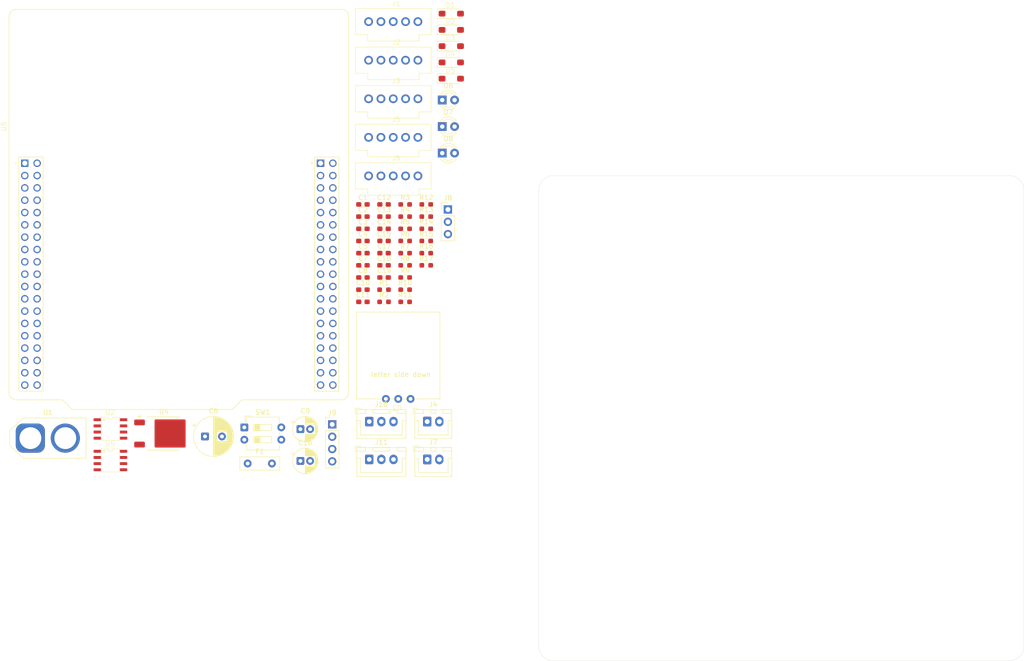
<source format=kicad_pcb>
(kicad_pcb (version 20241229) (generator "pcbnew") (generator_version "9.0")
  (layers (0 "F.Cu" signal) (2 "B.Cu" signal) (13 "F.Paste" user) (15 "B.Paste" user) (5 "F.SilkS" user "F.Silkscreen") (7 "B.SilkS" user "B.Silkscreen") (1 "F.Mask" user) (3 "B.Mask" user) (25 "Edge.Cuts" user))
  (net 0 "")
  (net 1 "GND")
  (net 2 "+3V3")
  (net 3 "+5V")
  (net 4 "Net-(D1-K)")
  (net 5 "PWM_servo")
  (net 6 "Net-(D1-A)")
  (net 7 "Net-(D6-A)")
  (net 8 "Net-(D7-A)")
  (net 9 "Net-(D8-A)")
  (net 10 "+12V")
  (net 11 "En1_A_Tim1_CH1")
  (net 12 "En1_B_Tim1_CH2")
  (net 14 "En3_B_Tim3_CH2")
  (net 16 "En3_A_Tim3_CH1")
  (net 17 "En5_A_Tim8_CH1")
  (net 19 "En5_B_Tim8_CH2")
  (net 20 "Net-(J4-Pin_2)")
  (net 21 "Net-(J4-Pin_1)")
  (net 22 "En2_B_Tim2_CH2")
  (net 23 "En2_A_Tim2_CH1")
  (net 26 "En4_A_Tim4_CH1")
  (net 27 "En4_B_Tim4_CH2")
  (net 28 "Net-(J7-Pin_2)")
  (net 29 "Net-(J7-Pin_1)")
  (net 30 "SDA")
  (net 31 "SCL")
  (net 32 "PWM_1")
  (net 33 "DIR_1")
  (net 34 "PWM_2")
  (net 35 "DIR_2")
  (net 36 "board_num1")
  (net 37 "board_num2")
  (net 38 "FDCAN_1TX")
  (net 39 "FDCAN_1RX")
  (net 40 "FDCAN_2TX")
  (net 41 "FDCAN_2RX")
  (footprint "Capacitor_SMD:C_0603_1608Metric_Pad1.08x0.95mm_HandSolder" (layer "F.Cu") (at 55.6 50.96)
    (property "Reference" "C14" (at 0 -1.43 0) (layer "F.SilkS"))
    (property "Value" "0.1u")
    (pad "1" smd roundrect (at -0.8625 0) (size 1.075 0.95) (layers "F.Cu" "F.Mask" "F.Paste") (net 3 "+5V"))
    (pad "2" smd roundrect (at 0.8625 0) (size 1.075 0.95) (layers "F.Cu" "F.Mask" "F.Paste") (net 1 "GND"))
  )
  (footprint "Capacitor_SMD:C_0603_1608Metric_Pad1.08x0.95mm_HandSolder" (layer "F.Cu") (at 51.25 50.96)
    (property "Reference" "C3" (at 0 -1.43 0) (layer "F.SilkS"))
    (property "Value" "0.1u")
    (pad "1" smd roundrect (at -0.8625 0) (size 1.075 0.95) (layers "F.Cu" "F.Mask" "F.Paste") (net 3 "+5V"))
    (pad "2" smd roundrect (at 0.8625 0) (size 1.075 0.95) (layers "F.Cu" "F.Mask" "F.Paste") (net 1 "GND"))
  )
  (footprint "Capacitor_SMD:C_0603_1608Metric_Pad1.08x0.95mm_HandSolder" (layer "F.Cu") (at 51.25 61)
    (property "Reference" "C8" (at 0 -1.43 0) (layer "F.SilkS"))
    (property "Value" "0.1u")
    (pad "1" smd roundrect (at -0.8625 0) (size 1.075 0.95) (layers "F.Cu" "F.Mask" "F.Paste") (net 3 "+5V"))
    (pad "2" smd roundrect (at 0.8625 0) (size 1.075 0.95) (layers "F.Cu" "F.Mask" "F.Paste") (net 1 "GND"))
  )
  (footprint "Button_Switch_THT:SW_DIP_SPSTx02_Slide_6.7x6.64mm_W7.62mm_P2.54mm_LowProfile" (layer "F.Cu") (at 26.8 91.895)
    (property "Reference" "SW1" (at 3.81 -3.11 0) (layer "F.SilkS"))
    (property "Value" "SW_DIP_x02_CANnum")
    (pad "1" thru_hole roundrect (at 0 0) (size 1.6 1.6) (drill 0.8) (layers "*.Cu" "*.Mask") (roundrect_rratio 0.15625) (net 36 "board_num1"))
    (pad "2" thru_hole circle (at 0 2.54) (size 1.6 1.6) (drill 0.8) (layers "*.Cu" "*.Mask") (net 37 "board_num2"))
    (pad "3" thru_hole circle (at 7.62 2.54) (size 1.6 1.6) (drill 0.8) (layers "*.Cu" "*.Mask") (net 1 "GND"))
    (pad "4" thru_hole circle (at 7.62 0) (size 1.6 1.6) (drill 0.8) (layers "*.Cu" "*.Mask") (net 1 "GND"))
  )
  (footprint "MyLib:NUCLEO-F446RE" (layer "F.Cu") (at 13.5 57.96)
    (property "Reference" "U6" (at -36.3 -28.1 90) (layer "F.SilkS") (effects (font (thickness 0.1))))
    (property "Value" "NUCLEO-F446RE")
    (pad "CN7_1" thru_hole rect (at -31.95 -20.51) (size 1.53 1.53) (drill 1.02) (layers "*.Cu" "*.Mask"))
    (pad "CN7_2" thru_hole circle (at -29.41 -20.51) (size 1.53 1.53) (drill 1.02) (layers "*.Cu" "*.Mask"))
    (pad "CN7_3" thru_hole circle (at -31.95 -17.97) (size 1.53 1.53) (drill 1.02) (layers "*.Cu" "*.Mask"))
    (pad "CN7_4" thru_hole circle (at -29.41 -17.97) (size 1.53 1.53) (drill 1.02) (layers "*.Cu" "*.Mask"))
    (pad "CN7_5" thru_hole circle (at -31.95 -15.43) (size 1.53 1.53) (drill 1.02) (layers "*.Cu" "*.Mask"))
    (pad "CN7_6" thru_hole circle (at -29.41 -15.43) (size 1.53 1.53) (drill 1.02) (layers "*.Cu" "*.Mask") (net 3 "+5V"))
    (pad "CN7_7" thru_hole circle (at -31.95 -12.89) (size 1.53 1.53) (drill 1.02) (layers "*.Cu" "*.Mask"))
    (pad "CN7_8" thru_hole circle (at -29.41 -12.89) (size 1.53 1.53) (drill 1.02) (layers "*.Cu" "*.Mask") (net 1 "GND"))
    (pad "CN7_9" thru_hole circle (at -31.95 -10.35) (size 1.53 1.53) (drill 1.02) (layers "*.Cu" "*.Mask"))
    (pad "CN7_10" thru_hole circle (at -29.41 -10.35) (size 1.53 1.53) (drill 1.02) (layers "*.Cu" "*.Mask"))
    (pad "CN7_11" thru_hole circle (at -31.95 -7.81) (size 1.53 1.53) (drill 1.02) (layers "*.Cu" "*.Mask"))
    (pad "CN7_12" thru_hole circle (at -29.41 -7.81) (size 1.53 1.53) (drill 1.02) (layers "*.Cu" "*.Mask"))
    (pad "CN7_13" thru_hole circle (at -31.95 -5.27) (size 1.53 1.53) (drill 1.02) (layers "*.Cu" "*.Mask"))
    (pad "CN7_14" thru_hole circle (at -29.41 -5.27) (size 1.53 1.53) (drill 1.02) (layers "*.Cu" "*.Mask"))
    (pad "CN7_15" thru_hole circle (at -31.95 -2.73) (size 1.53 1.53) (drill 1.02) (layers "*.Cu" "*.Mask"))
    (pad "CN7_16" thru_hole circle (at -29.41 -2.73) (size 1.53 1.53) (drill 1.02) (layers "*.Cu" "*.Mask") (net 2 "+3V3"))
    (pad "CN7_17" thru_hole circle (at -31.95 -0.19) (size 1.53 1.53) (drill 1.02) (layers "*.Cu" "*.Mask") (net 23 "En2_A_Tim2_CH1"))
    (pad "CN7_18" thru_hole circle (at -29.41 -0.19) (size 1.53 1.53) (drill 1.02) (layers "*.Cu" "*.Mask") (net 3 "+5V"))
    (pad "CN7_19" thru_hole circle (at -31.95 2.35) (size 1.53 1.53) (drill 1.02) (layers "*.Cu" "*.Mask") (net 1 "GND"))
    (pad "CN7_20" thru_hole circle (at -29.41 2.35) (size 1.53 1.53) (drill 1.02) (layers "*.Cu" "*.Mask") (net 1 "GND"))
    (pad "CN7_21" thru_hole circle (at -31.95 4.89) (size 1.53 1.53) (drill 1.02) (layers "*.Cu" "*.Mask") (net 27 "En4_B_Tim4_CH2"))
    (pad "CN7_22" thru_hole circle (at -29.41 4.89) (size 1.53 1.53) (drill 1.02) (layers "*.Cu" "*.Mask") (net 1 "GND"))
    (pad "CN7_23" thru_hole circle (at -31.95 7.43) (size 1.53 1.53) (drill 1.02) (layers "*.Cu" "*.Mask"))
    (pad "CN7_24" thru_hole circle (at -29.41 7.43) (size 1.53 1.53) (drill 1.02) (layers "*.Cu" "*.Mask"))
    (pad "CN7_25" thru_hole circle (at -31.95 9.97) (size 1.53 1.53) (drill 1.02) (layers "*.Cu" "*.Mask"))
    (pad "CN7_26" thru_hole circle (at -29.41 9.97) (size 1.53 1.53) (drill 1.02) (layers "*.Cu" "*.Mask"))
    (pad "CN7_27" thru_hole circle (at -31.95 12.51) (size 1.53 1.53) (drill 1.02) (layers "*.Cu" "*.Mask"))
    (pad "CN7_28" thru_hole circle (at -29.41 12.51) (size 1.53 1.53) (drill 1.02) (layers "*.Cu" "*.Mask"))
    (pad "CN7_29" thru_hole circle (at -31.95 15.05) (size 1.53 1.53) (drill 1.02) (layers "*.Cu" "*.Mask"))
    (pad "CN7_30" thru_hole circle (at -29.41 15.05) (size 1.53 1.53) (drill 1.02) (layers "*.Cu" "*.Mask") (net 22 "En2_B_Tim2_CH2"))
    (pad "CN7_31" thru_hole circle (at -31.95 17.59) (size 1.53 1.53) (drill 1.02) (layers "*.Cu" "*.Mask"))
    (pad "CN7_32" thru_hole circle (at -29.41 17.59) (size 1.53 1.53) (drill 1.02) (layers "*.Cu" "*.Mask") (net 33 "DIR_1"))
    (pad "CN7_33" thru_hole circle (at -31.95 20.13) (size 1.53 1.53) (drill 1.02) (layers "*.Cu" "*.Mask"))
    (pad "CN7_34" thru_hole circle (at -29.41 20.13) (size 1.53 1.53) (drill 1.02) (layers "*.Cu" "*.Mask") (net 32 "PWM_1"))
    (pad "CN7_35" thru_hole circle (at -31.95 22.67) (size 1.53 1.53) (drill 1.02) (layers "*.Cu" "*.Mask"))
    (pad "CN7_36" thru_hole circle (at -29.41 22.67) (size 1.53 1.53) (drill 1.02) (layers "*.Cu" "*.Mask") (net 37 "board_num2"))
    (pad "CN7_37" thru_hole circle (at -31.95 25.21) (size 1.53 1.53) (drill 1.02) (layers "*.Cu" "*.Mask"))
    (pad "CN7_38" thru_hole circle (at -29.41 25.21) (size 1.53 1.53) (drill 1.02) (layers "*.Cu" "*.Mask") (net 36 "board_num1"))
    (pad "CN10_1" thru_hole rect (at 29.01 -20.51) (size 1.53 1.53) (drill 1.02) (layers "*.Cu" "*.Mask"))
    (pad "CN10_2" thru_hole circle (at 31.55 -20.51) (size 1.53 1.53) (drill 1.02) (layers "*.Cu" "*.Mask"))
    (pad "CN10_3" thru_hole circle (at 29.01 -17.97) (size 1.53 1.53) (drill 1.02) (layers "*.Cu" "*.Mask") (net 31 "SCL"))
    (pad "CN10_4" thru_hole circle (at 31.55 -17.97) (size 1.53 1.53) (drill 1.02) (layers "*.Cu" "*.Mask") (net 17 "En5_A_Tim8_CH1"))
    (pad "CN10_5" thru_hole circle (at 29.01 -15.43) (size 1.53 1.53) (drill 1.02) (layers "*.Cu" "*.Mask") (net 30 "SDA"))
    (pad "CN10_6" thru_hole circle (at 31.55 -15.43) (size 1.53 1.53) (drill 1.02) (layers "*.Cu" "*.Mask"))
    (pad "CN10_7" thru_hole circle (at 29.01 -12.89) (size 1.53 1.53) (drill 1.02) (layers "*.Cu" "*.Mask"))
    (pad "CN10_8" thru_hole circle (at 31.55 -12.89) (size 1.53 1.53) (drill 1.02) (layers "*.Cu" "*.Mask"))
    (pad "CN10_9" thru_hole circle (at 29.01 -10.35) (size 1.53 1.53) (drill 1.02) (layers "*.Cu" "*.Mask") (net 1 "GND"))
    (pad "CN10_10" thru_hole circle (at 31.55 -10.35) (size 1.53 1.53) (drill 1.02) (layers "*.Cu" "*.Mask"))
    (pad "CN10_11" thru_hole circle (at 29.01 -7.81) (size 1.53 1.53) (drill 1.02) (layers "*.Cu" "*.Mask"))
    (pad "CN10_12" thru_hole circle (at 31.55 -7.81) (size 1.53 1.53) (drill 1.02) (layers "*.Cu" "*.Mask") (net 38 "FDCAN_1TX"))
    (pad "CN10_13" thru_hole circle (at 29.01 -5.27) (size 1.53 1.53) (drill 1.02) (layers "*.Cu" "*.Mask") (net 16 "En3_A_Tim3_CH1"))
    (pad "CN10_14" thru_hole circle (at 31.55 -5.27) (size 1.53 1.53) (drill 1.02) (layers "*.Cu" "*.Mask") (net 39 "FDCAN_1RX"))
    (pad "CN10_15" thru_hole circle (at 29.01 -2.73) (size 1.53 1.53) (drill 1.02) (layers "*.Cu" "*.Mask") (net 14 "En3_B_Tim3_CH2"))
    (pad "CN10_16" thru_hole circle (at 31.55 -2.73) (size 1.53 1.53) (drill 1.02) (layers "*.Cu" "*.Mask") (net 41 "FDCAN_2RX"))
    (pad "CN10_17" thru_hole circle (at 29.01 -0.19) (size 1.53 1.53) (drill 1.02) (layers "*.Cu" "*.Mask") (net 26 "En4_A_Tim4_CH1"))
    (pad "CN10_18" thru_hole circle (at 31.55 -0.19) (size 1.53 1.53) (drill 1.02) (layers "*.Cu" "*.Mask"))
    (pad "CN10_19" thru_hole circle (at 29.01 2.35) (size 1.53 1.53) (drill 1.02) (layers "*.Cu" "*.Mask") (net 19 "En5_B_Tim8_CH2"))
    (pad "CN10_20" thru_hole circle (at 31.55 2.35) (size 1.53 1.53) (drill 1.02) (layers "*.Cu" "*.Mask") (net 1 "GND"))
    (pad "CN10_21" thru_hole circle (at 29.01 4.89) (size 1.53 1.53) (drill 1.02) (layers "*.Cu" "*.Mask") (net 12 "En1_B_Tim1_CH2"))
    (pad "CN10_22" thru_hole circle (at 31.55 4.89) (size 1.53 1.53) (drill 1.02) (layers "*.Cu" "*.Mask") (net 35 "DIR_2"))
    (pad "CN10_23" thru_hole circle (at 29.01 7.43) (size 1.53 1.53) (drill 1.02) (layers "*.Cu" "*.Mask") (net 11 "En1_A_Tim1_CH1"))
    (pad "CN10_24" thru_hole circle (at 31.55 7.43) (size 1.53 1.53) (drill 1.02) (layers "*.Cu" "*.Mask") (net 34 "PWM_2"))
    (pad "CN10_25" thru_hole circle (at 29.01 9.97) (size 1.53 1.53) (drill 1.02) (layers "*.Cu" "*.Mask"))
    (pad "CN10_26" thru_hole circle (at 31.55 9.97) (size 1.53 1.53) (drill 1.02) (layers "*.Cu" "*.Mask"))
    (pad "CN10_27" thru_hole circle (at 29.01 12.51) (size 1.53 1.53) (drill 1.02) (layers "*.Cu" "*.Mask"))
    (pad "CN10_28" thru_hole circle (at 31.55 12.51) (size 1.53 1.53) (drill 1.02) (layers "*.Cu" "*.Mask"))
    (pad "CN10_29" thru_hole circle (at 29.01 15.05) (size 1.53 1.53) (drill 1.02) (layers "*.Cu" "*.Mask"))
    (pad "CN10_30" thru_hole circle (at 31.55 15.05) (size 1.53 1.53) (drill 1.02) (layers "*.Cu" "*.Mask") (net 40 "FDCAN_2TX"))
    (pad "CN10_31" thru_hole circle (at 29.01 17.59) (size 1.53 1.53) (drill 1.02) (layers "*.Cu" "*.Mask"))
    (pad "CN10_32" thru_hole circle (at 31.55 17.59) (size 1.53 1.53) (drill 1.02) (layers "*.Cu" "*.Mask") (net 1 "GND"))
    (pad "CN10_33" thru_hole circle (at 29.01 20.13) (size 1.53 1.53) (drill 1.02) (layers "*.Cu" "*.Mask"))
    (pad "CN10_34" thru_hole circle (at 31.55 20.13) (size 1.53 1.53) (drill 1.02) (layers "*.Cu" "*.Mask"))
    (pad "CN10_35" thru_hole circle (at 29.01 22.67) (size 1.53 1.53) (drill 1.02) (layers "*.Cu" "*.Mask"))
    (pad "CN10_36" thru_hole circle (at 31.55 22.67) (size 1.53 1.53) (drill 1.02) (layers "*.Cu" "*.Mask"))
    (pad "CN10_37" thru_hole circle (at 29.01 25.21) (size 1.53 1.53) (drill 1.02) (layers "*.Cu" "*.Mask"))
    (pad "CN10_38" thru_hole circle (at 31.55 25.21) (size 1.53 1.53) (drill 1.02) (layers "*.Cu" "*.Mask"))
  )
  (footprint "Capacitor_SMD:C_0603_1608Metric_Pad1.08x0.95mm_HandSolder" (layer "F.Cu") (at 55.6 48.45)
    (property "Reference" "C13" (at 0 -1.43 0) (layer "F.SilkS"))
    (property "Value" "0.1u")
    (pad "1" smd roundrect (at -0.8625 0) (size 1.075 0.95) (layers "F.Cu" "F.Mask" "F.Paste") (net 3 "+5V"))
    (pad "2" smd roundrect (at 0.8625 0) (size 1.075 0.95) (layers "F.Cu" "F.Mask" "F.Paste") (net 1 "GND"))
  )
  (footprint "Capacitor_THT:CP_Radial_D5.0mm_P2.00mm" (layer "F.Cu") (at 38.359775 98.81)
    (property "Reference" "C16" (at 1 -3.75 0) (layer "F.SilkS"))
    (property "Value" "16V 100u")
    (pad "1" thru_hole roundrect (at 0 0) (size 1.6 1.6) (drill 0.8) (layers "*.Cu" "*.Mask") (roundrect_rratio 0.15625) (net 2 "+3V3"))
    (pad "2" thru_hole circle (at 2 0) (size 1.6 1.6) (drill 0.8) (layers "*.Cu" "*.Mask") (net 1 "GND"))
  )
  (footprint "Resistor_SMD:R_0603_1608Metric_Pad0.98x0.95mm_HandSolder" (layer "F.Cu") (at 59.95 55.98)
    (property "Reference" "R7" (at 0 -1.43 0) (layer "F.SilkS"))
    (property "Value" "120")
    (pad "1" smd roundrect (at -0.9125 0) (size 0.975 0.95) (layers "F.Cu" "F.Mask" "F.Paste") (net 21 "Net-(J4-Pin_1)"))
    (pad "2" smd roundrect (at 0.9125 0) (size 0.975 0.95) (layers "F.Cu" "F.Mask" "F.Paste") (net 20 "Net-(J4-Pin_2)"))
  )
  (footprint "Capacitor_THT:C_Disc_D8.0mm_W2.5mm_P5.00mm" (layer "F.Cu") (at 27.49 99.34)
    (property "Reference" "F1" (at 2.5 -2.5 0) (layer "F.SilkS"))
    (property "Value" "Polyfuse")
    (pad "1" thru_hole circle (at 0 0) (size 1.6 1.6) (drill 0.8) (layers "*.Cu" "*.Mask") (net 10 "+12V"))
    (pad "2" thru_hole circle (at 5 0) (size 1.6 1.6) (drill 0.8) (layers "*.Cu" "*.Mask") (net 6 "Net-(D1-A)"))
  )
  (footprint "Connector_PinHeader_2.54mm:PinHeader_1x03_P2.54mm_Vertical" (layer "F.Cu") (at 68.77 46.98)
    (property "Reference" "J8" (at 0 -2.38 0) (layer "F.SilkS"))
    (property "Value" "Conn_01x03_Pin")
    (pad "1" thru_hole rect (at 0 0) (size 1.7 1.7) (drill 1) (layers "*.Cu" "*.Mask") (net 5 "PWM_servo"))
    (pad "2" thru_hole circle (at 0 2.54) (size 1.7 1.7) (drill 1) (layers "*.Cu" "*.Mask") (net 1 "GND"))
    (pad "3" thru_hole circle (at 0 5.08) (size 1.7 1.7) (drill 1) (layers "*.Cu" "*.Mask") (net 1 "GND"))
  )
  (footprint "MyLib:Pocket_Header_ver" (layer "F.Cu") (at 57.5 18.11)
    (property "Reference" "J2" (at 0.6 -5.6 0) (layer "F.SilkS") (effects (font (thickness 0.1))))
    (property "Value" "Conn_01x05_Socket_Encoder3")
    (pad "1" thru_hole circle (at -5.08 -1.9) (size 1.8 1.8) (drill 1.1) (layers "*.Cu" "*.Mask") (net 1 "GND"))
    (pad "2" thru_hole circle (at -2.54 -1.9) (size 1.8 1.8) (drill 1.1) (layers "*.Cu" "*.Mask"))
    (pad "3" thru_hole circle (at 0 -1.9) (size 1.8 1.8) (drill 1.1) (layers "*.Cu" "*.Mask") (net 16 "En3_A_Tim3_CH1"))
    (pad "4" thru_hole circle (at 2.54 -1.9) (size 1.8 1.8) (drill 1.1) (layers "*.Cu" "*.Mask") (net 3 "+5V"))
    (pad "5" thru_hole circle (at 5.08 -1.9) (size 1.8 1.8) (drill 1.1) (layers "*.Cu" "*.Mask") (net 14 "En3_B_Tim3_CH2"))
  )
  (footprint "LED_THT:LED_D3.0mm" (layer "F.Cu") (at 67.6 29.89)
    (property "Reference" "D7" (at 1.27 -2.96 0) (layer "F.SilkS"))
    (property "Value" "LED")
    (pad "1" thru_hole rect (at 0 0) (size 1.8 1.8) (drill 0.9) (layers "*.Cu" "*.Mask") (net 1 "GND"))
    (pad "2" thru_hole circle (at 2.54 0) (size 1.8 1.8) (drill 0.9) (layers "*.Cu" "*.Mask") (net 8 "Net-(D7-A)"))
  )
  (footprint "Capacitor_SMD:C_0603_1608Metric_Pad1.08x0.95mm_HandSolder" (layer "F.Cu") (at 55.6 45.94)
    (property "Reference" "C12" (at 0 -1.43 0) (layer "F.SilkS"))
    (property "Value" "0.1u")
    (pad "1" smd roundrect (at -0.8625 0) (size 1.075 0.95) (layers "F.Cu" "F.Mask" "F.Paste") (net 3 "+5V"))
    (pad "2" smd roundrect (at 0.8625 0) (size 1.075 0.95) (layers "F.Cu" "F.Mask" "F.Paste") (net 1 "GND"))
  )
  (footprint "MyLib:Pocket_Header_ver" (layer "F.Cu") (at 57.5 26.06)
    (property "Reference" "J3" (at 0.6 -5.6 0) (layer "F.SilkS") (effects (font (thickness 0.1))))
    (property "Value" "Conn_01x05_Socket_Encoder5")
    (pad "1" thru_hole circle (at -5.08 -1.9) (size 1.8 1.8) (drill 1.1) (layers "*.Cu" "*.Mask") (net 1 "GND"))
    (pad "2" thru_hole circle (at -2.54 -1.9) (size 1.8 1.8) (drill 1.1) (layers "*.Cu" "*.Mask"))
    (pad "3" thru_hole circle (at 0 -1.9) (size 1.8 1.8) (drill 1.1) (layers "*.Cu" "*.Mask") (net 17 "En5_A_Tim8_CH1"))
    (pad "4" thru_hole circle (at 2.54 -1.9) (size 1.8 1.8) (drill 1.1) (layers "*.Cu" "*.Mask") (net 3 "+5V"))
    (pad "5" thru_hole circle (at 5.08 -1.9) (size 1.8 1.8) (drill 1.1) (layers "*.Cu" "*.Mask") (net 19 "En5_B_Tim8_CH2"))
  )
  (footprint "Resistor_SMD:R_0603_1608Metric_Pad0.98x0.95mm_HandSolder" (layer "F.Cu") (at 55.6 66.02)
    (property "Reference" "R2" (at 0 -1.43 0) (layer "F.SilkS"))
    (property "Value" "4.7k")
    (pad "1" smd roundrect (at -0.9125 0) (size 0.975 0.95) (layers "F.Cu" "F.Mask" "F.Paste") (net 3 "+5V"))
    (pad "2" smd roundrect (at 0.9125 0) (size 0.975 0.95) (layers "F.Cu" "F.Mask" "F.Paste") (net 16 "En3_A_Tim3_CH1"))
  )
  (footprint "Connector_PinHeader_2.54mm:PinHeader_1x04_P2.54mm_Vertical" (layer "F.Cu") (at 44.92 91.28)
    (property "Reference" "J9" (at 0 -2.38 0) (layer "F.SilkS"))
    (property "Value" "Conn_01x04_Pin")
    (pad "1" thru_hole rect (at 0 0) (size 1.7 1.7) (drill 1) (layers "*.Cu" "*.Mask") (net 30 "SDA"))
    (pad "2" thru_hole circle (at 0 2.54) (size 1.7 1.7) (drill 1) (layers "*.Cu" "*.Mask") (net 31 "SCL"))
    (pad "3" thru_hole circle (at 0 5.08) (size 1.7 1.7) (drill 1) (layers "*.Cu" "*.Mask") (net 3 "+5V"))
    (pad "4" thru_hole circle (at 0 7.62) (size 1.7 1.7) (drill 1) (layers "*.Cu" "*.Mask") (net 1 "GND"))
  )
  (footprint "Resistor_SMD:R_0603_1608Metric_Pad0.98x0.95mm_HandSolder" (layer "F.Cu") (at 59.95 58.49)
    (property "Reference" "R8" (at 0 -1.43 0) (layer "F.SilkS"))
    (property "Value" "4.7k")
    (pad "1" smd roundrect (at -0.9125 0) (size 0.975 0.95) (layers "F.Cu" "F.Mask" "F.Paste") (net 3 "+5V"))
    (pad "2" smd roundrect (at 0.9125 0) (size 0.975 0.95) (layers "F.Cu" "F.Mask" "F.Paste") (net 23 "En2_A_Tim2_CH1"))
  )
  (footprint "MyLib:D_SOD-123_HandSolder" (layer "F.Cu") (at 69.27 16.332)
    (property "Reference" "D4" (at 0 -1.4 0) (layer "F.SilkS") (effects (font (thickness 0.1))))
    (property "Value" "1N4148")
    (pad "1" smd roundrect (at -1.71 0.328) (size 1.4 1.2) (layers "F.Cu" "F.Mask" "F.Paste") (net 3 "+5V"))
    (pad "2" smd roundrect (at 2.09 0.328) (size 1.4 1.2) (layers "F.Cu" "F.Mask" "F.Paste") (net 2 "+3V3"))
  )
  (footprint "Capacitor_SMD:C_0603_1608Metric_Pad1.08x0.95mm_HandSolder" (layer "F.Cu") (at 51.25 45.94)
    (property "Reference" "C1" (at 0 -1.43 0) (layer "F.SilkS"))
    (property "Value" "0.1u")
    (pad "1" smd roundrect (at -0.8625 0) (size 1.075 0.95) (layers "F.Cu" "F.Mask" "F.Paste") (net 2 "+3V3"))
    (pad "2" smd roundrect (at 0.8625 0) (size 1.075 0.95) (layers "F.Cu" "F.Mask" "F.Paste") (net 1 "GND"))
  )
  (footprint "Resistor_SMD:R_0603_1608Metric_Pad0.98x0.95mm_HandSolder" (layer "F.Cu") (at 64.3 55.98)
    (property "Reference" "R16" (at 0 -1.43 0) (layer "F.SilkS"))
    (property "Value" "1k")
    (pad "1" smd roundrect (at -0.9125 0) (size 0.975 0.95) (layers "F.Cu" "F.Mask" "F.Paste") (net 3 "+5V"))
    (pad "2" smd roundrect (at 0.9125 0) (size 0.975 0.95) (layers "F.Cu" "F.Mask" "F.Paste") (net 8 "Net-(D7-A)"))
  )
  (footprint "Connector_JST:JST_XH_B2B-XH-A_1x02_P2.50mm_Vertical" (layer "F.Cu") (at 64.5 98.5)
    (property "Reference" "J7" (at 1.25 -3.55 0) (layer "F.SilkS"))
    (property "Value" "FDCAN_2")
    (pad "1" thru_hole roundrect (at 0 0) (size 1.7 2) (drill 1) (layers "*.Cu" "*.Mask") (roundrect_rratio 0.147059) (net 29 "Net-(J7-Pin_1)"))
    (pad "2" thru_hole oval (at 2.5 0) (size 1.7 2) (drill 1) (layers "*.Cu" "*.Mask") (net 28 "Net-(J7-Pin_2)"))
  )
  (footprint "Capacitor_SMD:C_0603_1608Metric_Pad1.08x0.95mm_HandSolder" (layer "F.Cu") (at 51.25 55.98)
    (property "Reference" "C5" (at 0 -1.43 0) (layer "F.SilkS"))
    (property "Value" "0.1u")
    (pad "1" smd roundrect (at -0.8625 0) (size 1.075 0.95) (layers "F.Cu" "F.Mask" "F.Paste") (net 3 "+5V"))
    (pad "2" smd roundrect (at 0.8625 0) (size 1.075 0.95) (layers "F.Cu" "F.Mask" "F.Paste") (net 1 "GND"))
  )
  (footprint "MyLib:ATA6561" (layer "F.Cu") (at -0.8 98.73)
    (property "Reference" "U5" (at -0.08 -3.4 0) (layer "F.SilkS") (effects (font (thickness 0.1))))
    (property "Value" "ATA6561")
    (pad "1" smd roundrect (at -2.7 -1.905) (size 1.55 0.6) (layers "F.Cu" "F.Mask" "F.Paste") (net 40 "FDCAN_2TX"))
    (pad "2" smd roundrect (at -2.7 -0.635) (size 1.55 0.6) (layers "F.Cu" "F.Mask" "F.Paste") (net 1 "GND"))
    (pad "3" smd roundrect (at -2.7 0.635) (size 1.55 0.6) (layers "F.Cu" "F.Mask" "F.Paste") (net 3 "+5V"))
    (pad "4" smd roundrect (at -2.7 1.905) (size 1.55 0.6) (layers "F.Cu" "F.Mask" "F.Paste") (net 41 "FDCAN_2RX"))
    (pad "5" smd roundrect (at 2.7 1.9) (size 1.55 0.6) (layers "F.Cu" "F.Mask" "F.Paste") (net 2 "+3V3"))
    (pad "6" smd roundrect (at 2.7 0.635) (size 1.55 0.6) (layers "F.Cu" "F.Mask" "F.Paste") (net 28 "Net-(J7-Pin_2)"))
    (pad "7" smd roundrect (at 2.7 -0.635) (size 1.55 0.6) (layers "F.Cu" "F.Mask" "F.Paste") (net 29 "Net-(J7-Pin_1)"))
    (pad "8" smd roundrect (at 2.7 -1.905) (size 1.55 0.6) (layers "F.Cu" "F.Mask" "F.Paste") (net 1 "GND"))
  )
  (footprint "MyLib:Pocket_Header_ver" (layer "F.Cu") (at 57.5 34.01)
    (property "Reference" "J5" (at 0.6 -5.6 0) (layer "F.SilkS") (effects (font (thickness 0.1))))
    (property "Value" "Conn_01x05_Socket_Encoder2")
    (pad "1" thru_hole circle (at -5.08 -1.9) (size 1.8 1.8) (drill 1.1) (layers "*.Cu" "*.Mask") (net 1 "GND"))
    (pad "2" thru_hole circle (at -2.54 -1.9) (size 1.8 1.8) (drill 1.1) (layers "*.Cu" "*.Mask"))
    (pad "3" thru_hole circle (at 0 -1.9) (size 1.8 1.8) (drill 1.1) (layers "*.Cu" "*.Mask") (net 23 "En2_A_Tim2_CH1"))
    (pad "4" thru_hole circle (at 2.54 -1.9) (size 1.8 1.8) (drill 1.1) (layers "*.Cu" "*.Mask") (net 3 "+5V"))
    (pad "5" thru_hole circle (at 5.08 -1.9) (size 1.8 1.8) (drill 1.1) (layers "*.Cu" "*.Mask") (net 22 "En2_B_Tim2_CH2"))
  )
  (footprint "Capacitor_SMD:C_0603_1608Metric_Pad1.08x0.95mm_HandSolder" (layer "F.Cu") (at 51.25 58.49)
    (property "Reference" "C7" (at 0 -1.43 0) (layer "F.SilkS"))
    (property "Value" "0.1u")
    (pad "1" smd roundrect (at -0.8625 0) (size 1.075 0.95) (layers "F.Cu" "F.Mask" "F.Paste") (net 4 "Net-(D1-K)"))
    (pad "2" smd roundrect (at 0.8625 0) (size 1.075 0.95) (layers "F.Cu" "F.Mask" "F.Paste") (net 1 "GND"))
  )
  (footprint "Resistor_SMD:R_0603_1608Metric_Pad0.98x0.95mm_HandSolder" (layer "F.Cu") (at 55.6 63.51)
    (property "Reference" "R1" (at 0 -1.43 0) (layer "F.SilkS"))
    (property "Value" "4.7k")
    (pad "1" smd roundrect (at -0.9125 0) (size 0.975 0.95) (layers "F.Cu" "F.Mask" "F.Paste") (net 3 "+5V"))
    (pad "2" smd roundrect (at 0.9125 0) (size 0.975 0.95) (layers "F.Cu" "F.Mask" "F.Paste") (net 11 "En1_A_Tim1_CH1"))
  )
  (footprint "Resistor_SMD:R_0603_1608Metric_Pad0.98x0.95mm_HandSolder" (layer "F.Cu") (at 59.95 63.51)
    (property "Reference" "R10" (at 0 -1.43 0) (layer "F.SilkS"))
    (property "Value" "4.7k")
    (pad "1" smd roundrect (at -0.9125 0) (size 0.975 0.95) (layers "F.Cu" "F.Mask" "F.Paste") (net 3 "+5V"))
    (pad "2" smd roundrect (at 0.9125 0) (size 0.975 0.95) (layers "F.Cu" "F.Mask" "F.Paste") (net 22 "En2_B_Tim2_CH2"))
  )
  (footprint "Resistor_SMD:R_0603_1608Metric_Pad0.98x0.95mm_HandSolder" (layer "F.Cu") (at 64.3 48.45)
    (property "Reference" "R13" (at 0 -1.43 0) (layer "F.SilkS"))
    (property "Value" "10k")
    (pad "1" smd roundrect (at -0.9125 0) (size 0.975 0.95) (layers "F.Cu" "F.Mask" "F.Paste") (net 2 "+3V3"))
    (pad "2" smd roundrect (at 0.9125 0) (size 0.975 0.95) (layers "F.Cu" "F.Mask" "F.Paste") (net 36 "board_num1"))
  )
  (footprint "LED_THT:LED_D3.0mm" (layer "F.Cu") (at 67.6 35.36)
    (property "Reference" "D8" (at 1.27 -2.96 0) (layer "F.SilkS"))
    (property "Value" "LED")
    (pad "1" thru_hole rect (at 0 0) (size 1.8 1.8) (drill 0.9) (layers "*.Cu" "*.Mask") (net 1 "GND"))
    (pad "2" thru_hole circle (at 2.54 0) (size 1.8 1.8) (drill 0.9) (layers "*.Cu" "*.Mask") (net 9 "Net-(D8-A)"))
  )
  (footprint "Capacitor_SMD:C_0603_1608Metric_Pad1.08x0.95mm_HandSolder" (layer "F.Cu") (at 51.25 48.45)
    (property "Reference" "C2" (at 0 -1.43 0) (layer "F.SilkS"))
    (property "Value" "0.1u")
    (pad "1" smd roundrect (at -0.8625 0) (size 1.075 0.95) (layers "F.Cu" "F.Mask" "F.Paste") (net 3 "+5V"))
    (pad "2" smd roundrect (at 0.8625 0) (size 1.075 0.95) (layers "F.Cu" "F.Mask" "F.Paste") (net 1 "GND"))
  )
  (footprint "Resistor_SMD:R_0603_1608Metric_Pad0.98x0.95mm_HandSolder" (layer "F.Cu") (at 59.95 61)
    (property "Reference" "R9" (at 0 -1.43 0) (layer "F.SilkS"))
    (property "Value" "4.7k")
    (pad "1" smd roundrect (at -0.9125 0) (size 0.975 0.95) (layers "F.Cu" "F.Mask" "F.Paste") (net 3 "+5V"))
    (pad "2" smd roundrect (at 0.9125 0) (size 0.975 0.95) (layers "F.Cu" "F.Mask" "F.Paste") (net 26 "En4_A_Tim4_CH1"))
  )
  (footprint "Capacitor_THT:CP_Radial_D5.0mm_P2.00mm" (layer "F.Cu") (at 38.359775 92.26)
    (property "Reference" "C9" (at 1 -3.75 0) (layer "F.SilkS"))
    (property "Value" "16V 100u")
    (pad "1" thru_hole roundrect (at 0 0) (size 1.6 1.6) (drill 0.8) (layers "*.Cu" "*.Mask") (roundrect_rratio 0.15625) (net 3 "+5V"))
    (pad "2" thru_hole circle (at 2 0) (size 1.6 1.6) (drill 0.8) (layers "*.Cu" "*.Mask") (net 1 "GND"))
  )
  (footprint "MyLib:D_SOD-123_HandSolder" (layer "F.Cu") (at 69.27 6.282)
    (property "Reference" "D1" (at 0 -1.4 0) (layer "F.SilkS") (effects (font (thickness 0.1))))
    (property "Value" "RB168MM100TR")
    (pad "1" smd roundrect (at -1.71 0.328) (size 1.4 1.2) (layers "F.Cu" "F.Mask" "F.Paste") (net 4 "Net-(D1-K)"))
    (pad "2" smd roundrect (at 2.09 0.328) (size 1.4 1.2) (layers "F.Cu" "F.Mask" "F.Paste") (net 6 "Net-(D1-A)"))
  )
  (footprint "Resistor_SMD:R_0603_1608Metric_Pad0.98x0.95mm_HandSolder" (layer "F.Cu") (at 59.95 66.02)
    (property "Reference" "R11" (at 0 -1.43 0) (layer "F.SilkS"))
    (property "Value" "4.7k")
    (pad "1" smd roundrect (at -0.9125 0) (size 0.975 0.95) (layers "F.Cu" "F.Mask" "F.Paste") (net 3 "+5V"))
    (pad "2" smd roundrect (at 0.9125 0) (size 0.975 0.95) (layers "F.Cu" "F.Mask" "F.Paste") (net 27 "En4_B_Tim4_CH2"))
  )
  (footprint "Resistor_SMD:R_0603_1608Metric_Pad0.98x0.95mm_HandSolder" (layer "F.Cu") (at 59.95 48.45)
    (property "Reference" "R4" (at 0 -1.43 0) (layer "F.SilkS"))
    (property "Value" "4.7k")
    (pad "1" smd roundrect (at -0.9125 0) (size 0.975 0.95) (layers "F.Cu" "F.Mask" "F.Paste") (net 3 "+5V"))
    (pad "2" smd roundrect (at 0.9125 0) (size 0.975 0.95) (layers "F.Cu" "F.Mask" "F.Paste") (net 12 "En1_B_Tim1_CH2"))
  )
  (footprint "Capacitor_SMD:C_0603_1608Metric_Pad1.08x0.95mm_HandSolder" (layer "F.Cu") (at 51.25 53.47)
    (property "Reference" "C4" (at 0 -1.43 0) (layer "F.SilkS"))
    (property "Value" "0.1u")
    (pad "1" smd roundrect (at -0.8625 0) (size 1.075 0.95) (layers "F.Cu" "F.Mask" "F.Paste") (net 3 "+5V"))
    (pad "2" smd roundrect (at 0.8625 0) (size 1.075 0.95) (layers "F.Cu" "F.Mask" "F.Paste") (net 1 "GND"))
  )
  (footprint "MyLib:D_SOD-123_HandSolder" (layer "F.Cu") (at 69.27 12.982)
    (property "Reference" "D3" (at 0 -1.4 0) (layer "F.SilkS") (effects (font (thickness 0.1))))
    (property "Value" "1N4148")
    (pad "1" smd roundrect (at -1.71 0.328) (size 1.4 1.2) (layers "F.Cu" "F.Mask" "F.Paste") (net 3 "+5V"))
    (pad "2" smd roundrect (at 2.09 0.328) (size 1.4 1.2) (layers "F.Cu" "F.Mask" "F.Paste") (net 1 "GND"))
  )
  (footprint "Capacitor_SMD:C_0603_1608Metric_Pad1.08x0.95mm_HandSolder" (layer "F.Cu") (at 51.25 63.51)
    (property "Reference" "C10" (at 0 -1.43 0) (layer "F.SilkS"))
    (property "Value" "0.1u")
    (pad "1" smd roundrect (at -0.8625 0) (size 1.075 0.95) (layers "F.Cu" "F.Mask" "F.Paste") (net 2 "+3V3"))
    (pad "2" smd roundrect (at 0.8625 0) (size 1.075 0.95) (layers "F.Cu" "F.Mask" "F.Paste") (net 1 "GND"))
  )
  (footprint "MyLib:Pocket_Header_ver" (layer "F.Cu") (at 57.5 41.96)
    (property "Reference" "J6" (at 0.6 -5.6 0) (layer "F.SilkS") (effects (font (thickness 0.1))))
    (property "Value" "Conn_01x05_Socket_Encoder4")
    (pad "1" thru_hole circle (at -5.08 -1.9) (size 1.8 1.8) (drill 1.1) (layers "*.Cu" "*.Mask") (net 1 "GND"))
    (pad "2" thru_hole circle (at -2.54 -1.9) (size 1.8 1.8) (drill 1.1) (layers "*.Cu" "*.Mask"))
    (pad "3" thru_hole circle (at 0 -1.9) (size 1.8 1.8) (drill 1.1) (layers "*.Cu" "*.Mask") (net 26 "En4_A_Tim4_CH1"))
    (pad "4" thru_hole circle (at 2.54 -1.9) (size 1.8 1.8) (drill 1.1) (layers "*.Cu" "*.Mask") (net 3 "+5V"))
    (pad "5" thru_hole circle (at 5.08 -1.9) (size 1.8 1.8) (drill 1.1) (layers "*.Cu" "*.Mask") (net 27 "En4_B_Tim4_CH2"))
  )
  (footprint "Connector_JST:JST_XH_B3B-XH-A_1x03_P2.50mm_Vertical" (layer "F.Cu") (at 52.55 98.5)
    (property "Reference" "J11" (at 2.5 -3.55 0) (layer "F.SilkS"))
    (property "Value" "Conn_01x03_Pin")
    (pad "1" thru_hole roundrect (at 0 0) (size 1.7 1.95) (drill 0.95) (layers "*.Cu" "*.Mask") (roundrect_rratio 0.147059) (net 35 "DIR_2"))
    (pad "2" thru_hole oval (at 2.5 0) (size 1.7 1.95) (drill 0.95) (layers "*.Cu" "*.Mask") (net 34 "PWM_2"))
    (pad "3" thru_hole oval (at 5 0) (size 1.7 1.95) (drill 0.95) (layers "*.Cu" "*.Mask") (net 1 "GND"))
  )
  (footprint "Resistor_SMD:R_0603_1608Metric_Pad0.98x0.95mm_HandSolder" (layer "F.Cu") (at 64.3 53.47)
    (property "Reference" "R15" (at 0 -1.43 0) (layer "F.SilkS"))
    (property "Value" "10k")
    (pad "1" smd roundrect (at -0.9125 0) (size 0.975 0.95) (layers "F.Cu" "F.Mask" "F.Paste") (net 10 "+12V"))
    (pad "2" smd roundrect (at 0.9125 0) (size 0.975 0.95) (layers "F.Cu" "F.Mask" "F.Paste") (net 7 "Net-(D6-A)"))
  )
  (footprint "Resistor_SMD:R_0603_1608Metric_Pad0.98x0.95mm_HandSolder" (layer "F.Cu") (at 64.3 50.96)
    (property "Reference" "R14" (at 0 -1.43 0) (layer "F.SilkS"))
    (property "Value" "10k")
    (pad "1" smd roundrect (at -0.9125 0) (size 0.975 0.95) (layers "F.Cu" "F.Mask" "F.Paste") (net 2 "+3V3"))
    (pad "2" smd roundrect (at 0.9125 0) (size 0.975 0.95) (layers "F.Cu" "F.Mask" "F.Paste") (net 37 "board_num2"))
  )
  (footprint "Capacitor_SMD:C_0603_1608Metric_Pad1.08x0.95mm_HandSolder" (layer "F.Cu") (at 55.6 61)
    (property "Reference" "C19" (at 0 -1.43 0) (layer "F.SilkS"))
    (property "Value" "0.1u")
    (pad "1" smd roundrect (at -0.8625 0) (size 1.075 0.95) (layers "F.Cu" "F.Mask" "F.Paste") (net 3 "+5V"))
    (pad "2" smd roundrect (at 0.8625 0) (size 1.075 0.95) (layers "F.Cu" "F.Mask" "F.Paste") (net 1 "GND"))
  )
  (footprint "Resistor_SMD:R_0603_1608Metric_Pad0.98x0.95mm_HandSolder" (layer "F.Cu") (at 59.95 45.94)
    (property "Reference" "R3" (at 0 -1.43 0) (layer "F.SilkS"))
    (property "Value" "4.7k")
    (pad "1" smd roundrect (at -0.9125 0) (size 0.975 0.95) (layers "F.Cu" "F.Mask" "F.Paste") (net 3 "+5V"))
    (pad "2" smd roundrect (at 0.9125 0) (size 0.975 0.95) (layers "F.Cu" "F.Mask" "F.Paste") (net 17 "En5_A_Tim8_CH1"))
  )
  (footprint "Package_TO_SOT_SMD:TO-252-2" (layer "F.Cu") (at 10.24 93.155)
    (property "Reference" "U4" (at 0 -4.5 0) (layer "F.SilkS"))
    (property "Value" "BA033CC0FP")
    (pad "1" smd roundrect (at -5.04 -2.28) (size 2.2 1.2) (layers "F.Cu" "F.Mask" "F.Paste") (roundrect_rratio 0.208333) (net 3 "+5V"))
    (pad "2" smd roundrect (at 1.26 0) (size 6.4 5.8) (layers "F.Cu" "F.Mask") (roundrect_rratio 0.043103) (net 1 "GND"))
    (pad "3" smd roundrect (at -5.04 2.28) (size 2.2 1.2) (layers "F.Cu" "F.Mask" "F.Paste") (roundrect_rratio 0.208333) (net 2 "+3V3"))
  )
  (footprint "MyLib:ATA6561" (layer "F.Cu") (at -0.8 92.22)
    (property "Reference" "U2" (at -0.08 -3.4 0) (layer "F.SilkS") (effects (font (thickness 0.1))))
    (property "Value" "ATA6561")
    (pad "1" smd roundrect (at -2.7 -1.905) (size 1.55 0.6) (layers "F.Cu" "F.Mask" "F.Paste") (net 38 "FDCAN_1TX"))
    (pad "2" smd roundrect (at -2.7 -0.635) (size 1.55 0.6) (layers "F.Cu" "F.Mask" "F.Paste") (net 1 "GND"))
    (pad "3" smd roundrect (at -2.7 0.635) (size 1.55 0.6) (layers "F.Cu" "F.Mask" "F.Paste") (net 3 "+5V"))
    (pad "4" smd roundrect (at -2.7 1.905) (size 1.55 0.6) (layers "F.Cu" "F.Mask" "F.Paste") (net 39 "FDCAN_1RX"))
    (pad "5" smd roundrect (at 2.7 1.9) (size 1.55 0.6) (layers "F.Cu" "F.Mask" "F.Paste") (net 2 "+3V3"))
    (pad "6" smd roundrect (at 2.7 0.635) (size 1.55 0.6) (layers "F.Cu" "F.Mask" "F.Paste") (net 20 "Net-(J4-Pin_2)"))
    (pad "7" smd roundrect (at 2.7 -0.635) (size 1.55 0.6) (layers "F.Cu" "F.Mask" "F.Paste") (net 21 "Net-(J4-Pin_1)"))
    (pad "8" smd roundrect (at 2.7 -1.905) (size 1.55 0.6) (layers "F.Cu" "F.Mask" "F.Paste") (net 1 "GND"))
  )
  (footprint "Connector_JST:JST_XH_B3B-XH-A_1x03_P2.50mm_Vertical" (layer "F.Cu") (at 52.55 90.7)
    (property "Reference" "J10" (at 2.5 -3.55 0) (layer "F.SilkS"))
    (property "Value" "Conn_01x03_Pin")
    (pad "1" thru_hole roundrect (at 0 0) (size 1.7 1.95) (drill 0.95) (layers "*.Cu" "*.Mask") (roundrect_rratio 0.147059) (net 33 "DIR_1"))
    (pad "2" thru_hole oval (at 2.5 0) (size 1.7 1.95) (drill 0.95) (layers "*.Cu" "*.Mask") (net 32 "PWM_1"))
    (pad "3" thru_hole oval (at 5 0) (size 1.7 1.95) (drill 0.95) (layers "*.Cu" "*.Mask") (net 1 "GND"))
  )
  (footprint "Capacitor_SMD:C_0603_1608Metric_Pad1.08x0.95mm_HandSolder" (layer "F.Cu") (at 55.6 55.98)
    (property "Reference" "C17" (at 0 -1.43 0) (layer "F.SilkS"))
    (property "Value" "0.1u")
    (pad "1" smd roundrect (at -0.8625 0) (size 1.075 0.95) (layers "F.Cu" "F.Mask" "F.Paste") (net 5 "PWM_servo"))
    (pad "2" smd roundrect (at 0.8625 0) (size 1.075 0.95) (layers "F.Cu" "F.Mask" "F.Paste") (net 1 "GND"))
  )
  (footprint "Resistor_SMD:R_0603_1608Metric_Pad0.98x0.95mm_HandSolder" (layer "F.Cu") (at 64.3 45.94)
    (property "Reference" "R12" (at 0 -1.43 0) (layer "F.SilkS"))
    (property "Value" "120")
    (pad "1" smd roundrect (at -0.9125 0) (size 0.975 0.95) (layers "F.Cu" "F.Mask" "F.Paste") (net 29 "Net-(J7-Pin_1)"))
    (pad "2" smd roundrect (at 0.9125 0) (size 0.975 0.95) (layers "F.Cu" "F.Mask" "F.Paste") (net 28 "Net-(J7-Pin_2)"))
  )
  (footprint "Resistor_SMD:R_0603_1608Metric_Pad0.98x0.95mm_HandSolder" (layer "F.Cu") (at 59.95 53.47)
    (property "Reference" "R6" (at 0 -1.43 0) (layer "F.SilkS"))
    (property "Value" "4.7k")
    (pad "1" smd roundrect (at -0.9125 0) (size 0.975 0.95) (layers "F.Cu" "F.Mask" "F.Paste") (net 3 "+5V"))
    (pad "2" smd roundrect (at 0.9125 0) (size 0.975 0.95) (layers "F.Cu" "F.Mask" "F.Paste") (net 19 "En5_B_Tim8_CH2"))
  )
  (footprint "MyLib:D_SOD-123_HandSolder" (layer "F.Cu") (at 69.27 19.682)
    (property "Reference" "D5" (at 0 -1.4 0) (layer "F.SilkS") (effects (font (thickness 0.1))))
    (property "Value" "1N4148")
    (pad "1" smd roundrect (at -1.71 0.328) (size 1.4 1.2) (layers "F.Cu" "F.Mask" "F.Paste") (net 2 "+3V3"))
    (pad "2" smd roundrect (at 2.09 0.328) (size 1.4 1.2) (layers "F.Cu" "F.Mask" "F.Paste") (net 1 "GND"))
  )
  (footprint "MyLib:D_SOD-123_HandSolder" (layer "F.Cu") (at 69.27 9.632)
    (property "Reference" "D2" (at 0 -1.4 0) (layer "F.SilkS") (effects (font (thickness 0.1))))
    (property "Value" "1N4148")
    (pad "1" smd roundrect (at -1.71 0.328) (size 1.4 1.2) (layers "F.Cu" "F.Mask" "F.Paste") (net 4 "Net-(D1-K)"))
    (pad "2" smd roundrect (at 2.09 0.328) (size 1.4 1.2) (layers "F.Cu" "F.Mask" "F.Paste") (net 3 "+5V"))
  )
  (footprint "Resistor_SMD:R_0603_1608Metric_Pad0.98x0.95mm_HandSolder" (layer "F.Cu") (at 59.95 50.96)
    (property "Reference" "R5" (at 0 -1.43 0) (layer "F.SilkS"))
    (property "Value" "4.7k")
    (pad "1" smd roundrect (at -0.9125 0) (size 0.975 0.95) (layers "F.Cu" "F.Mask" "F.Paste") (net 3 "+5V"))
    (pad "2" smd roundrect (at 0.9125 0) (size 0.975 0.95) (layers "F.Cu" "F.Mask" "F.Paste") (net 14 "En3_B_Tim3_CH2"))
  )
  (footprint "Connector_AMASS:AMASS_XT60-M_1x02_P7.20mm_Vertical" (layer "F.Cu") (at -17.3 94.11)
    (property "Reference" "U1" (at 3.6 -5.3 180) (layer "F.SilkS"))
    (property "Value" "XT60_M")
    (pad "1" thru_hole roundrect (at 0 0) (size 6 6) (drill 4.5) (layers "*.Cu" "*.Mask") (net 1 "GND"))
    (pad "2" thru_hole circle (at 7.2 0) (size 6 6) (drill 4.5) (layers "*.Cu" "*.Mask") (net 10 "+12V"))
  )
  (footprint "Resistor_SMD:R_0603_1608Metric_Pad0.98x0.95mm_HandSolder" (layer "F.Cu") (at 64.3 58.49)
    (property "Reference" "R17" (at 0 -1.43 0) (layer "F.SilkS"))
    (property "Value" "1k")
    (pad "1" smd roundrect (at -0.9125 0) (size 0.975 0.95) (layers "F.Cu" "F.Mask" "F.Paste") (net 2 "+3V3"))
    (pad "2" smd roundrect (at 0.9125 0) (size 0.975 0.95) (layers "F.Cu" "F.Mask" "F.Paste") (net 9 "Net-(D8-A)"))
  )
  (footprint "Connector_JST:JST_XH_B2B-XH-A_1x02_P2.50mm_Vertical" (layer "F.Cu") (at 64.5 90.7)
    (property "Reference" "J4" (at 1.25 -3.55 0) (layer "F.SilkS"))
    (property "Value" "FDCAN_1")
    (pad "1" thru_hole roundrect (at 0 0) (size 1.7 2) (drill 1) (layers "*.Cu" "*.Mask") (roundrect_rratio 0.147059) (net 21 "Net-(J4-Pin_1)"))
    (pad "2" thru_hole oval (at 2.5 0) (size 1.7 2) (drill 1) (layers "*.Cu" "*.Mask") (net 20 "Net-(J4-Pin_2)"))
  )
  (footprint "Capacitor_THT:CP_Radial_D8.0mm_P3.50mm" (layer "F.Cu") (at 18.694698 93.76)
    (property "Reference" "C6" (at 1.75 -5.25 0) (layer "F.SilkS"))
    (property "Value" "35V 220u")
    (pad "1" thru_hole roundrect (at 0 0) (size 1.6 1.6) (drill 0.8) (layers "*.Cu" "*.Mask") (roundrect_rratio 0.15625) (net 4 "Net-(D1-K)"))
    (pad "2" thru_hole circle (at 3.5 0) (size 1.6 1.6) (drill 0.8) (layers "*.Cu" "*.Mask") (net 1 "GND"))
  )
  (footprint "MyLib:Pocket_Header_ver" (layer "F.Cu") (at 57.5 10.16)
    (property "Reference" "J1" (at 0.6 -5.6 0) (layer "F.SilkS") (effects (font (thickness 0.1))))
    (property "Value" "Conn_01x05_Socket_Encoder1")
    (pad "1" thru_hole circle (at -5.08 -1.9) (size 1.8 1.8) (drill 1.1) (layers "*.Cu" "*.Mask") (net 1 "GND"))
    (pad "2" thru_hole circle (at -2.54 -1.9) (size 1.8 1.8) (drill 1.1) (layers "*.Cu" "*.Mask"))
    (pad "3" thru_hole circle (at 0 -1.9) (size 1.8 1.8) (drill 1.1) (layers "*.Cu" "*.Mask") (net 11 "En1_A_Tim1_CH1"))
    (pad "4" thru_hole circle (at 2.54 -1.9) (size 1.8 1.8) (drill 1.1) (layers "*.Cu" "*.Mask") (net 3 "+5V"))
    (pad "5" thru_hole circle (at 5.08 -1.9) (size 1.8 1.8) (drill 1.1) (layers "*.Cu" "*.Mask") (net 12 "En1_B_Tim1_CH2"))
  )
  (footprint "Capacitor_SMD:C_0603_1608Metric_Pad1.08x0.95mm_HandSolder" (layer "F.Cu") (at 55.6 53.47)
    (property "Reference" "C15" (at 0 -1.43 0) (layer "F.SilkS"))
    (property "Value" "0.1u")
    (pad "1" smd roundrect (at -0.8625 0) (size 1.075 0.95) (layers "F.Cu" "F.Mask" "F.Paste") (net 2 "+3V3"))
    (pad "2" smd roundrect (at 0.8625 0) (size 1.075 0.95) (layers "F.Cu" "F.Mask" "F.Paste") (net 1 "GND"))
  )
  (footprint "Capacitor_SMD:C_0603_1608Metric_Pad1.08x0.95mm_HandSolder" (layer "F.Cu") (at 51.25 66.02)
    (property "Reference" "C11" (at 0 -1.43 0) (layer "F.SilkS"))
    (property "Value" "0.1u")
    (pad "1" smd roundrect (at -0.8625 0) (size 1.075 0.95) (layers "F.Cu" "F.Mask" "F.Paste") (net 3 "+5V"))
    (pad "2" smd roundrect (at 0.8625 0) (size 1.075 0.95) (layers "F.Cu" "F.Mask" "F.Paste") (net 1 "GND"))
  )
  (footprint "Capacitor_SMD:C_0603_1608Metric_Pad1.08x0.95mm_HandSolder" (layer "F.Cu") (at 55.6 58.49)
    (property "Reference" "C18" (at 0 -1.43 0) (layer "F.SilkS"))
    (property "Value" "0.1u")
    (pad "1" smd roundrect (at -0.8625 0) (size 1.075 0.95) (layers "F.Cu" "F.Mask" "F.Paste") (net 2 "+3V3"))
    (pad "2" smd roundrect (at 0.8625 0) (size 1.075 0.95) (layers "F.Cu" "F.Mask" "F.Paste") (net 1 "GND"))
  )
  (footprint "MyLib:BP5293-xx_horizontal" (layer "F.Cu") (at 58.525 81.825)
    (property "Reference" "U3" (at -0.2 6 180) (layer "F.SilkS") (effects (font (thickness 0.1))))
    (property "Value" "BP5293-50")
    (fp_text user "letter side down" (at -5.715 -0.245 0) (layer "F.SilkS") (effects (justify left bottom)))
    (pad "1" thru_hole circle (at 2.54 4.2 90) (size 1.6 1.6) (drill 0.8) (layers "*.Cu" "*.Mask") (net 4 "Net-(D1-K)"))
    (pad "2" thru_hole circle (at 0 4.2 90) (size 1.6 1.6) (drill 0.8) (layers "*.Cu" "*.Mask") (net 1 "GND"))
    (pad "3" thru_hole circle (at -2.54 4.2 90) (size 1.6 1.6) (drill 0.8) (layers "*.Cu" "*.Mask") (net 3 "+5V"))
  )
  (footprint "LED_THT:LED_D3.0mm" (layer "F.Cu") (at 67.6 24.42)
    (property "Reference" "D6" (at 1.27 -2.96 0) (layer "F.SilkS"))
    (property "Value" "LED")
    (pad "1" thru_hole rect (at 0 0) (size 1.8 1.8) (drill 0.9) (layers "*.Cu" "*.Mask") (net 1 "GND"))
    (pad "2" thru_hole circle (at 2.54 0) (size 1.8 1.8) (drill 0.9) (layers "*.Cu" "*.Mask") (net 7 "Net-(D6-A)"))
  )
  (gr_line (start 90.5 140) (end 184.5 140) (stroke (width 0.05)) (layer "Edge.Cuts"))
  (gr_arc (start 187.5 137) (mid 186.62132 139.12132) (end 184.5 140) (stroke (width 0.05)) (layer "Edge.Cuts"))
  (gr_arc (start 87.5 43) (mid 88.37868 40.87868) (end 90.5 40) (stroke (width 0.05)) (layer "Edge.Cuts"))
  (gr_line (start 184.5 40) (end 90.5 40) (stroke (width 0.05)) (layer "Edge.Cuts"))
  (gr_line (start 87.5 43) (end 87.5 137) (stroke (width 0.05)) (layer "Edge.Cuts"))
  (gr_arc (start 90.5 140) (mid 88.37868 139.12132) (end 87.5 137) (stroke (width 0.05)) (layer "Edge.Cuts"))
  (gr_arc (start 184.5 40) (mid 186.62132 40.87868) (end 187.5 43) (stroke (width 0.05)) (layer "Edge.Cuts"))
  (gr_line (start 187.5 137) (end 187.5 43) (stroke (width 0.05)) (layer "Edge.Cuts"))
)
</source>
